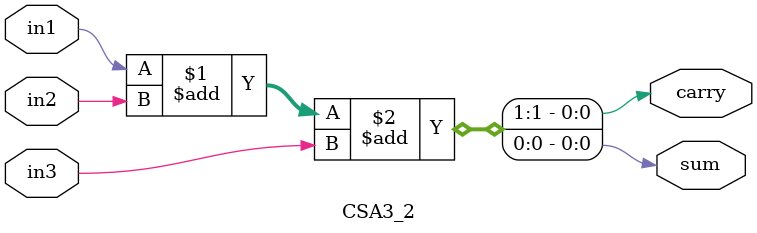
<source format=v>
/* The reproduction of Multer from wdzs

    This module is a 1bit adder with carry flag.
    
    Version list:
    1st version
        2022/08/14 by winetrs wen
*/

module CSA3_2(
    // input
    in1,
    in2,
    in3,
    // output
    sum,
    carry
);

input                                       in1;
input                                       in2;
input                                       in3;

output                                      sum;
output                                      carry;

assign {carry, sum} = in1 + in2 + in3;

endmodule

</source>
